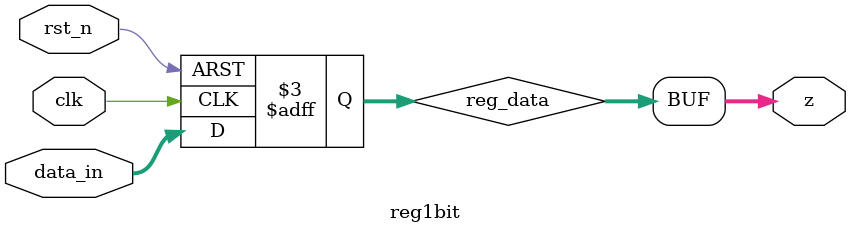
<source format=sv>
module reg1bit(
input logic clk,
input logic rst_n,                             //_n for fall edge active
input [7:0] data_in,
output [7:0] z                   // no , needed for last line
);

reg[7:0] reg_data;

always @(posedge clk, negedge rst_n)begin // conditional that code inside activate when conditions are met
  if(~rst_n)
     reg_data <= 8'b0;
  else
     reg_data <= data_in;

end

assign z = reg_data;
endmodule

</source>
